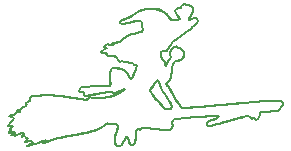
<source format=gbo>
%TF.GenerationSoftware,KiCad,Pcbnew,(5.1.8-44-gfd79c7ae46)*%
%TF.CreationDate,2021-01-02T19:49:23-07:00*%
%TF.ProjectId,egg,6567672e-6b69-4636-9164-5f7063625858,rev?*%
%TF.SameCoordinates,Original*%
%TF.FileFunction,Legend,Bot*%
%TF.FilePolarity,Positive*%
%FSLAX46Y46*%
G04 Gerber Fmt 4.6, Leading zero omitted, Abs format (unit mm)*
G04 Created by KiCad (PCBNEW (5.1.8-44-gfd79c7ae46)) date 2021-01-02 19:49:23*
%MOMM*%
%LPD*%
G01*
G04 APERTURE LIST*
%ADD10C,0.200000*%
G04 APERTURE END LIST*
D10*
%TO.C,REF\u002A\u002A*%
X56740708Y-51398666D02*
X56949467Y-51447949D01*
X56949467Y-51447949D02*
X57135483Y-51524946D01*
X57135483Y-51524946D02*
X57294838Y-51651232D01*
X57294838Y-51651232D02*
X57334763Y-51706207D01*
X57334763Y-51706207D02*
X57330297Y-51920000D01*
X57330297Y-51920000D02*
X57246963Y-52117129D01*
X57246963Y-52117129D02*
X57133998Y-52306129D01*
X57133998Y-52306129D02*
X57014961Y-52468352D01*
X57014961Y-52468352D02*
X56934162Y-52564556D01*
X56934162Y-52564556D02*
X57155413Y-52616511D01*
X57155413Y-52616511D02*
X57192282Y-52604016D01*
X57192282Y-52604016D02*
X57388551Y-52540818D01*
X57388551Y-52540818D02*
X57598652Y-52492756D01*
X57598652Y-52492756D02*
X57685476Y-52649577D01*
X57685476Y-52649577D02*
X57690966Y-52758600D01*
X57690966Y-52758600D02*
X57668041Y-52966116D01*
X57668041Y-52966116D02*
X57527811Y-53061191D01*
X57527811Y-53061191D02*
X57370420Y-53189853D01*
X57370420Y-53189853D02*
X57341203Y-53223708D01*
X57341203Y-53223708D02*
X57203915Y-53372771D01*
X57203915Y-53372771D02*
X57037525Y-53503204D01*
X57037525Y-53503204D02*
X56938839Y-53559386D01*
X56938839Y-53559386D02*
X56767228Y-53665815D01*
X56767228Y-53665815D02*
X56598062Y-53792722D01*
X56598062Y-53792722D02*
X56528816Y-53847604D01*
X56528816Y-53847604D02*
X56371547Y-53972490D01*
X56371547Y-53972490D02*
X56212148Y-54097153D01*
X56212148Y-54097153D02*
X56126927Y-54162400D01*
X56126927Y-54162400D02*
X55971020Y-54290791D01*
X55971020Y-54290791D02*
X55908935Y-54349664D01*
X55908935Y-54349664D02*
X55738763Y-54457631D01*
X55738763Y-54457631D02*
X55615160Y-54485332D01*
X55615160Y-54485332D02*
X55505961Y-54638085D01*
X55505961Y-54638085D02*
X55460343Y-54799517D01*
X55460343Y-54799517D02*
X55373444Y-54900065D01*
X55373444Y-54900065D02*
X55288850Y-55018579D01*
X55288850Y-55018579D02*
X55165175Y-55180475D01*
X55165175Y-55180475D02*
X55158841Y-55190113D01*
X55158841Y-55190113D02*
X55004441Y-55324559D01*
X55004441Y-55324559D02*
X54880250Y-55297237D01*
X54880250Y-55297237D02*
X54717027Y-55305848D01*
X54717027Y-55305848D02*
X54610060Y-55479498D01*
X54610060Y-55479498D02*
X54586037Y-55694745D01*
X54586037Y-55694745D02*
X54624977Y-55812653D01*
X54624977Y-55812653D02*
X54689914Y-55942558D01*
X54689914Y-55942558D02*
X54809758Y-56114070D01*
X54809758Y-56114070D02*
X54853205Y-56161553D01*
X54853205Y-56161553D02*
X54979938Y-56319972D01*
X54979938Y-56319972D02*
X54959557Y-56484416D01*
X54959557Y-56484416D02*
X54987484Y-56618932D01*
X54987484Y-56618932D02*
X55099734Y-56447533D01*
X55099734Y-56447533D02*
X55176242Y-56258196D01*
X55176242Y-56258196D02*
X55271654Y-56079887D01*
X55271654Y-56079887D02*
X55340976Y-55979238D01*
X55340976Y-55979238D02*
X55419026Y-55793247D01*
X55419026Y-55793247D02*
X55398253Y-55666205D01*
X55398253Y-55666205D02*
X55402075Y-55459425D01*
X55402075Y-55459425D02*
X55471230Y-55250777D01*
X55471230Y-55250777D02*
X55590219Y-55072155D01*
X55590219Y-55072155D02*
X55743543Y-54955457D01*
X55743543Y-54955457D02*
X55950929Y-54960138D01*
X55950929Y-54960138D02*
X56060838Y-55025969D01*
X56060838Y-55025969D02*
X56197083Y-55101295D01*
X56197083Y-55101295D02*
X56367892Y-55223976D01*
X56367892Y-55223976D02*
X56511114Y-55378473D01*
X56511114Y-55378473D02*
X56545626Y-55432092D01*
X56545626Y-55432092D02*
X56581650Y-55643174D01*
X56581650Y-55643174D02*
X56498928Y-55848515D01*
X56498928Y-55848515D02*
X56348015Y-56003396D01*
X56348015Y-56003396D02*
X56175043Y-56107061D01*
X56175043Y-56107061D02*
X55966592Y-56179144D01*
X55966592Y-56179144D02*
X55874840Y-56197351D01*
X55874840Y-56197351D02*
X55682425Y-56285765D01*
X55682425Y-56285765D02*
X55598494Y-56501400D01*
X55598494Y-56501400D02*
X55557272Y-56717196D01*
X55557272Y-56717196D02*
X55521038Y-56953690D01*
X55521038Y-56953690D02*
X55500606Y-57096176D01*
X55500606Y-57096176D02*
X55470044Y-57296435D01*
X55470044Y-57296435D02*
X55431748Y-57495972D01*
X55431748Y-57495972D02*
X55371783Y-57695316D01*
X55371783Y-57695316D02*
X55256094Y-57859330D01*
X55256094Y-57859330D02*
X55159587Y-57913844D01*
X55159587Y-57913844D02*
X55056564Y-58089656D01*
X55056564Y-58089656D02*
X55135490Y-58275582D01*
X55135490Y-58275582D02*
X55174635Y-58324713D01*
X55174635Y-58324713D02*
X55301880Y-58484058D01*
X55301880Y-58484058D02*
X55417514Y-58655259D01*
X55417514Y-58655259D02*
X55529799Y-58842154D01*
X55529799Y-58842154D02*
X55640243Y-59039181D01*
X55640243Y-59039181D02*
X55680843Y-59113771D01*
X55680843Y-59113771D02*
X55781136Y-59297322D01*
X55781136Y-59297322D02*
X55881420Y-59472814D01*
X55881420Y-59472814D02*
X55997820Y-59645840D01*
X55997820Y-59645840D02*
X56038334Y-59693393D01*
X56038334Y-59693393D02*
X56170278Y-59850863D01*
X56170278Y-59850863D02*
X56250361Y-59951983D01*
X56250361Y-59951983D02*
X56379562Y-60108886D01*
X56379562Y-60108886D02*
X56407212Y-60135789D01*
X56407212Y-60135789D02*
X56641100Y-60142082D01*
X56641100Y-60142082D02*
X56897750Y-60129065D01*
X56897750Y-60129065D02*
X57152952Y-60112114D01*
X57152952Y-60112114D02*
X57353406Y-60097357D01*
X57353406Y-60097357D02*
X57578398Y-60079814D01*
X57578398Y-60079814D02*
X57828172Y-60059468D01*
X57828172Y-60059468D02*
X58102970Y-60036301D01*
X58102970Y-60036301D02*
X58403034Y-60010294D01*
X58403034Y-60010294D02*
X58728609Y-59981431D01*
X58728609Y-59981431D02*
X59079935Y-59949693D01*
X59079935Y-59949693D02*
X59457257Y-59915063D01*
X59457257Y-59915063D02*
X59655743Y-59896658D01*
X59655743Y-59896658D02*
X59875630Y-59876232D01*
X59875630Y-59876232D02*
X60084520Y-59856896D01*
X60084520Y-59856896D02*
X60377588Y-59829905D01*
X60377588Y-59829905D02*
X60646822Y-59805286D01*
X60646822Y-59805286D02*
X60892765Y-59782992D01*
X60892765Y-59782992D02*
X61115963Y-59762973D01*
X61115963Y-59762973D02*
X61316962Y-59745181D01*
X61316962Y-59745181D02*
X61551370Y-59724840D01*
X61551370Y-59724840D02*
X61792213Y-59704688D01*
X61792213Y-59704688D02*
X61944729Y-59692646D01*
X61944729Y-59692646D02*
X62156610Y-59674282D01*
X62156610Y-59674282D02*
X62346889Y-59616847D01*
X62346889Y-59616847D02*
X62475339Y-59618405D01*
X62475339Y-59618405D02*
X62681341Y-59635720D01*
X62681341Y-59635720D02*
X62849369Y-59607830D01*
X62849369Y-59607830D02*
X63053449Y-59593862D01*
X63053449Y-59593862D02*
X63060515Y-59594336D01*
X63060515Y-59594336D02*
X63265357Y-59589565D01*
X63265357Y-59589565D02*
X63487715Y-59573966D01*
X63487715Y-59573966D02*
X63654639Y-59560030D01*
X63654639Y-59560030D02*
X63855637Y-59543575D01*
X63855637Y-59543575D02*
X64061385Y-59529499D01*
X64061385Y-59529499D02*
X64261517Y-59519737D01*
X64261517Y-59519737D02*
X64410833Y-59516503D01*
X64762630Y-59554131D02*
X64917496Y-59684090D01*
X64917496Y-59684090D02*
X64910108Y-59907482D01*
X64910108Y-59907482D02*
X64791102Y-60097149D01*
X64791102Y-60097149D02*
X64650990Y-60259524D01*
X64650990Y-60259524D02*
X64488918Y-60384984D01*
X64488918Y-60384984D02*
X64255408Y-60419276D01*
X64255408Y-60419276D02*
X64017212Y-60436649D01*
X64017212Y-60436649D02*
X63749468Y-60454313D01*
X63749468Y-60454313D02*
X63536172Y-60468818D01*
X63536172Y-60468818D02*
X63317280Y-60484483D01*
X63317280Y-60484483D02*
X63108257Y-60500725D01*
X63108257Y-60500725D02*
X63010558Y-60510655D01*
X63010558Y-60510655D02*
X62959918Y-60704280D01*
X62959918Y-60704280D02*
X62959856Y-60714937D01*
X62959856Y-60714937D02*
X62927627Y-60928175D01*
X62927627Y-60928175D02*
X62835027Y-61109254D01*
X62835027Y-61109254D02*
X62637681Y-61151366D01*
X62637681Y-61151366D02*
X62564203Y-61102821D01*
X62564203Y-61102821D02*
X62507739Y-61014477D01*
X64410833Y-59516503D02*
X64683323Y-59515147D01*
X64683323Y-59515147D02*
X64762630Y-59554131D01*
X62443209Y-61024851D02*
X62239726Y-61015643D01*
X62239726Y-61015643D02*
X62175667Y-60917117D01*
X62175667Y-60917117D02*
X62002068Y-60799896D01*
X62002068Y-60799896D02*
X61804141Y-60846779D01*
X61804141Y-60846779D02*
X61600998Y-60904099D01*
X61600998Y-60904099D02*
X61378995Y-60965960D01*
X61378995Y-60965960D02*
X61156076Y-61027280D01*
X61156076Y-61027280D02*
X60947028Y-61084419D01*
X60947028Y-61084419D02*
X60727268Y-61144193D01*
X60727268Y-61144193D02*
X60506601Y-61203922D01*
X60506601Y-61203922D02*
X60377842Y-61238624D01*
X60377842Y-61238624D02*
X60159576Y-61297499D01*
X60159576Y-61297499D02*
X59933117Y-61358923D01*
X59933117Y-61358923D02*
X59708711Y-61420093D01*
X59708711Y-61420093D02*
X59496604Y-61478203D01*
X59496604Y-61478203D02*
X59272735Y-61539948D01*
X59272735Y-61539948D02*
X59099036Y-61588405D01*
X59099036Y-61588405D02*
X58874650Y-61651505D01*
X58874650Y-61651505D02*
X58678316Y-61698225D01*
X58678316Y-61698225D02*
X58523565Y-61565030D01*
X58523565Y-61565030D02*
X58515012Y-61525283D01*
X58515012Y-61525283D02*
X58499130Y-61325160D01*
X58499130Y-61325160D02*
X58700646Y-61239654D01*
X58700646Y-61239654D02*
X58897976Y-61179414D01*
X58897976Y-61179414D02*
X58947268Y-61164180D01*
X58947268Y-61164180D02*
X59146388Y-61101824D01*
X59146388Y-61101824D02*
X59340125Y-61031086D01*
X59340125Y-61031086D02*
X59431786Y-60939965D01*
X59431786Y-60939965D02*
X59506212Y-60851757D01*
X59506212Y-60851757D02*
X59295952Y-60809005D01*
X59295952Y-60809005D02*
X59048648Y-60824841D01*
X59048648Y-60824841D02*
X58885111Y-60836706D01*
X58885111Y-60836706D02*
X58671647Y-60852006D01*
X58671647Y-60852006D02*
X58458460Y-60866604D01*
X58458460Y-60866604D02*
X58241785Y-60880919D01*
X58241785Y-60880919D02*
X58041817Y-60893600D01*
X58041817Y-60893600D02*
X57966236Y-60898200D01*
X57966236Y-60898200D02*
X57704711Y-60913920D01*
X57704711Y-60913920D02*
X57475187Y-60927903D01*
X57475187Y-60927903D02*
X57215905Y-60944052D01*
X57215905Y-60944052D02*
X57006248Y-60957607D01*
X57006248Y-60957607D02*
X56775732Y-60973693D01*
X56775732Y-60973693D02*
X56572374Y-60992835D01*
X56572374Y-60992835D02*
X56565623Y-60994070D01*
X56565623Y-60994070D02*
X56456423Y-61007426D01*
X56456423Y-61007426D02*
X56361797Y-61034682D01*
X56361797Y-61034682D02*
X56202641Y-61046547D01*
X56202641Y-61046547D02*
X56104152Y-61049055D01*
X56104152Y-61049055D02*
X55992986Y-61051835D01*
X55992986Y-61051835D02*
X55784866Y-61077165D01*
X55784866Y-61077165D02*
X55638817Y-61167841D01*
X55638817Y-61167841D02*
X55545988Y-61346841D01*
X55545988Y-61346841D02*
X55561883Y-61421820D01*
X55561883Y-61421820D02*
X55589945Y-61624543D01*
X55589945Y-61624543D02*
X55529658Y-61844662D01*
X55529658Y-61844662D02*
X55323809Y-61970424D01*
X55323809Y-61970424D02*
X55093095Y-62005402D01*
X55093095Y-62005402D02*
X54865600Y-62007500D01*
X54865600Y-62007500D02*
X54587879Y-61989910D01*
X54587879Y-61989910D02*
X54373251Y-61967690D01*
X54373251Y-61967690D02*
X54133935Y-61937387D01*
X54133935Y-61937387D02*
X53868986Y-61899268D01*
X53868986Y-61899268D02*
X53670560Y-61869494D01*
X53670560Y-61869494D02*
X53460631Y-61839126D01*
X53460631Y-61839126D02*
X53242895Y-61813022D01*
X53242895Y-61813022D02*
X53035790Y-61827492D01*
X53035790Y-61827492D02*
X52970650Y-61874657D01*
X52970650Y-61874657D02*
X52790935Y-61972686D01*
X52790935Y-61972686D02*
X52638917Y-61939338D01*
X52638917Y-61939338D02*
X52475335Y-62058868D01*
X52475335Y-62058868D02*
X52478744Y-62186876D01*
X52478744Y-62186876D02*
X52480391Y-62442044D01*
X52480391Y-62442044D02*
X52468384Y-62665179D01*
X52468384Y-62665179D02*
X52434479Y-62898119D01*
X52434479Y-62898119D02*
X52366591Y-63108628D01*
X52366591Y-63108628D02*
X52231018Y-63268786D01*
X52231018Y-63268786D02*
X52120778Y-63296966D01*
X52120778Y-63296966D02*
X51959964Y-63169707D01*
X51959964Y-63169707D02*
X51870247Y-62968201D01*
X51870247Y-62968201D02*
X51802878Y-62744585D01*
X51802878Y-62744585D02*
X51793384Y-62707784D01*
X51793384Y-62707784D02*
X51724117Y-62514647D01*
X51724117Y-62514647D02*
X51655308Y-62574692D01*
X51655308Y-62574692D02*
X51567067Y-62757540D01*
X51567067Y-62757540D02*
X51517369Y-62860876D01*
X51517369Y-62860876D02*
X51412684Y-63062359D01*
X51412684Y-63062359D02*
X51296251Y-63238636D01*
X51296251Y-63238636D02*
X51131414Y-63376124D01*
X51131414Y-63376124D02*
X50926911Y-63352268D01*
X50926911Y-63352268D02*
X50907316Y-63340291D01*
X50907316Y-63340291D02*
X50745201Y-63182707D01*
X50745201Y-63182707D02*
X50684157Y-62991742D01*
X50684157Y-62991742D02*
X50690705Y-62768213D01*
X50690705Y-62768213D02*
X50736975Y-62527405D01*
X50736975Y-62527405D02*
X50800325Y-62292332D01*
X50800325Y-62292332D02*
X50840685Y-62159010D01*
X50840685Y-62159010D02*
X50908144Y-61943024D01*
X50908144Y-61943024D02*
X50969102Y-61722098D01*
X50969102Y-61722098D02*
X50892239Y-61533930D01*
X50892239Y-61533930D02*
X50668242Y-61508946D01*
X50668242Y-61508946D02*
X50629267Y-61506028D01*
X50629267Y-61506028D02*
X50425987Y-61488346D01*
X50425987Y-61488346D02*
X50219305Y-61465990D01*
X50219305Y-61465990D02*
X50194368Y-61462568D01*
X50194368Y-61462568D02*
X49989057Y-61468323D01*
X49989057Y-61468323D02*
X49876598Y-61560268D01*
X49876598Y-61560268D02*
X49695201Y-61709351D01*
X49695201Y-61709351D02*
X49493411Y-61839922D01*
X49493411Y-61839922D02*
X49259954Y-61955739D01*
X49259954Y-61955739D02*
X49057298Y-62035183D01*
X49057298Y-62035183D02*
X48825731Y-62110029D01*
X48825731Y-62110029D02*
X48560498Y-62181864D01*
X48560498Y-62181864D02*
X48362623Y-62228864D01*
X48362623Y-62228864D02*
X48146261Y-62275700D01*
X48146261Y-62275700D02*
X47910004Y-62322843D01*
X47910004Y-62322843D02*
X47652443Y-62370763D01*
X47652443Y-62370763D02*
X47372167Y-62419929D01*
X47372167Y-62419929D02*
X47223072Y-62445127D01*
X47223072Y-62445127D02*
X46976968Y-62486728D01*
X46976968Y-62486728D02*
X46751200Y-62526002D01*
X46751200Y-62526002D02*
X46544007Y-62563401D01*
X46544007Y-62563401D02*
X46264195Y-62616979D01*
X46264195Y-62616979D02*
X46016276Y-62668894D01*
X46016276Y-62668894D02*
X45794310Y-62720678D01*
X45794310Y-62720678D02*
X45592355Y-62773864D01*
X45592355Y-62773864D02*
X45343945Y-62849609D01*
X45343945Y-62849609D02*
X45106468Y-62934203D01*
X45106468Y-62934203D02*
X44865845Y-63031279D01*
X44865845Y-63031279D02*
X44739954Y-63085634D01*
X44739954Y-63085634D02*
X44794452Y-62947525D01*
X44794452Y-62947525D02*
X44567269Y-62947247D01*
X44567269Y-62947247D02*
X44483325Y-62984069D01*
X44483325Y-62984069D02*
X44290792Y-63069862D01*
X44290792Y-63069862D02*
X44108295Y-63153008D01*
X44108295Y-63153008D02*
X44045375Y-63182927D01*
X44045375Y-63182927D02*
X43878153Y-63201572D01*
X43878153Y-63201572D02*
X43663800Y-63238268D01*
X43663800Y-63238268D02*
X43604578Y-63263609D01*
X43604578Y-63263609D02*
X43416965Y-63337896D01*
X43416965Y-63337896D02*
X43344357Y-63359885D01*
X62507739Y-61014477D02*
X62503333Y-60960576D01*
X62503333Y-60960576D02*
X62443209Y-61024851D01*
X43350389Y-63312899D02*
X43514611Y-63193381D01*
X43514611Y-63193381D02*
X43563094Y-63162316D01*
X43563094Y-63162316D02*
X43728452Y-63049619D01*
X43728452Y-63049619D02*
X43747263Y-63019529D01*
X43747263Y-63019529D02*
X43694256Y-63002375D01*
X43694256Y-63002375D02*
X43639690Y-62948949D01*
X43639690Y-62948949D02*
X43427694Y-62947892D01*
X43427694Y-62947892D02*
X43341510Y-62975798D01*
X43341510Y-62975798D02*
X43138801Y-63036893D01*
X43138801Y-63036893D02*
X43220787Y-62884200D01*
X43220787Y-62884200D02*
X43374037Y-62750803D01*
X43374037Y-62750803D02*
X43275285Y-62721751D01*
X43344357Y-63359885D02*
X43292299Y-63366936D01*
X43292299Y-63366936D02*
X43350389Y-63312899D01*
X43169678Y-62619644D02*
X43016826Y-62524453D01*
X43016826Y-62524453D02*
X42816836Y-62576597D01*
X42816836Y-62576597D02*
X42825473Y-62450686D01*
X42825473Y-62450686D02*
X42997792Y-62315634D01*
X42997792Y-62315634D02*
X42818085Y-62304441D01*
X42818085Y-62304441D02*
X42618171Y-62385924D01*
X42618171Y-62385924D02*
X42431362Y-62459318D01*
X42431362Y-62459318D02*
X42229372Y-62520852D01*
X42229372Y-62520852D02*
X42195356Y-62459161D01*
X42195356Y-62459161D02*
X42064534Y-62429126D01*
X42064534Y-62429126D02*
X41882128Y-62473060D01*
X41882128Y-62473060D02*
X42042938Y-62348180D01*
X42042938Y-62348180D02*
X42210743Y-62243354D01*
X42210743Y-62243354D02*
X42044267Y-62213861D01*
X42044267Y-62213861D02*
X41843691Y-62275266D01*
X41843691Y-62275266D02*
X41748459Y-62245252D01*
X41748459Y-62245252D02*
X41816032Y-62054725D01*
X41816032Y-62054725D02*
X41915952Y-61983747D01*
X41915952Y-61983747D02*
X41917918Y-61931134D01*
X41917918Y-61931134D02*
X42004545Y-61785771D01*
X42004545Y-61785771D02*
X41859759Y-61697495D01*
X41859759Y-61697495D02*
X41655929Y-61708848D01*
X41655929Y-61708848D02*
X41750696Y-61573014D01*
X41750696Y-61573014D02*
X41799703Y-61424532D01*
X41799703Y-61424532D02*
X41868504Y-61303713D01*
X41868504Y-61303713D02*
X42045997Y-61195666D01*
X42045997Y-61195666D02*
X42082225Y-61122619D01*
X42082225Y-61122619D02*
X42124929Y-61036106D01*
X42124929Y-61036106D02*
X41966006Y-60903968D01*
X41966006Y-60903968D02*
X41945099Y-60897929D01*
X41945099Y-60897929D02*
X41746656Y-60833598D01*
X41746656Y-60833598D02*
X41936626Y-60775753D01*
X41936626Y-60775753D02*
X42135282Y-60752050D01*
X42135282Y-60752050D02*
X42127098Y-60713920D01*
X42127098Y-60713920D02*
X42219962Y-60632763D01*
X42219962Y-60632763D02*
X42304488Y-60537233D01*
X42304488Y-60537233D02*
X42480861Y-60491875D01*
X42480861Y-60491875D02*
X42683233Y-60487016D01*
X42683233Y-60487016D02*
X42623749Y-60421702D01*
X42623749Y-60421702D02*
X42434008Y-60333452D01*
X42434008Y-60333452D02*
X42543696Y-60274914D01*
X42543696Y-60274914D02*
X42749274Y-60270071D01*
X42749274Y-60270071D02*
X42762366Y-60224064D01*
X42762366Y-60224064D02*
X42899134Y-60063025D01*
X42899134Y-60063025D02*
X42978935Y-60047715D01*
X42978935Y-60047715D02*
X43165621Y-59974965D01*
X43165621Y-59974965D02*
X43172186Y-59960865D01*
X43172186Y-59960865D02*
X43218889Y-59878080D01*
X43218889Y-59878080D02*
X43196927Y-59779093D01*
X43196927Y-59779093D02*
X43203028Y-59692646D01*
X43203028Y-59692646D02*
X43269930Y-59630610D01*
X43269930Y-59630610D02*
X43472330Y-59564338D01*
X43472330Y-59564338D02*
X43489820Y-59562404D01*
X43489820Y-59562404D02*
X43501208Y-59427278D01*
X43501208Y-59427278D02*
X43502767Y-59243336D01*
X43502767Y-59243336D02*
X43699830Y-59163312D01*
X43699830Y-59163312D02*
X43911131Y-59131845D01*
X43911131Y-59131845D02*
X43959019Y-59126653D01*
X43959019Y-59126653D02*
X44243680Y-59100330D01*
X44243680Y-59100330D02*
X44522495Y-59082610D01*
X44522495Y-59082610D02*
X44800205Y-59073772D01*
X44800205Y-59073772D02*
X45081552Y-59074099D01*
X45081552Y-59074099D02*
X45371278Y-59083872D01*
X45371278Y-59083872D02*
X45571424Y-59095774D01*
X45571424Y-59095774D02*
X45778806Y-59112083D01*
X45778806Y-59112083D02*
X45994829Y-59132883D01*
X45994829Y-59132883D02*
X46220898Y-59158256D01*
X46220898Y-59158256D02*
X46458417Y-59188286D01*
X46458417Y-59188286D02*
X46708792Y-59223057D01*
X46708792Y-59223057D02*
X46973427Y-59262652D01*
X46973427Y-59262652D02*
X47253727Y-59307154D01*
X47253727Y-59307154D02*
X47400191Y-59331272D01*
X47400191Y-59331272D02*
X47675956Y-59377241D01*
X47675956Y-59377241D02*
X47897455Y-59413799D01*
X47897455Y-59413799D02*
X48118218Y-59448256D01*
X48118218Y-59448256D02*
X48337393Y-59470619D01*
X48337393Y-59470619D02*
X48392340Y-59366733D01*
X48392340Y-59366733D02*
X48556853Y-59250222D01*
X48556853Y-59250222D02*
X48759621Y-59263376D01*
X48759621Y-59263376D02*
X48796737Y-59266388D01*
X48796737Y-59266388D02*
X49069961Y-59284677D01*
X49069961Y-59284677D02*
X49324339Y-59292903D01*
X49324339Y-59292903D02*
X49561921Y-59290725D01*
X49561921Y-59290725D02*
X49784757Y-59277803D01*
X49784757Y-59277803D02*
X49994897Y-59253794D01*
X49994897Y-59253794D02*
X50194392Y-59218357D01*
X50194392Y-59218357D02*
X50447368Y-59152742D01*
X50447368Y-59152742D02*
X50689924Y-59065395D01*
X50689924Y-59065395D02*
X50926918Y-58955509D01*
X50926918Y-58955509D02*
X51044849Y-58891861D01*
X51044849Y-58891861D02*
X51222348Y-58790959D01*
X51222348Y-58790959D02*
X51399549Y-58687021D01*
X51399549Y-58687021D02*
X51553226Y-58561132D01*
X51553226Y-58561132D02*
X51350776Y-58623134D01*
X51350776Y-58623134D02*
X51146504Y-58710723D01*
X51146504Y-58710723D02*
X50947654Y-58804195D01*
X50947654Y-58804195D02*
X50890777Y-58832400D01*
X50890777Y-58832400D02*
X50700360Y-58912271D01*
X50700360Y-58912271D02*
X50494097Y-58889401D01*
X50494097Y-58889401D02*
X50437982Y-58812196D01*
X50437982Y-58812196D02*
X50211651Y-58774986D01*
X50211651Y-58774986D02*
X49993044Y-58811975D01*
X49993044Y-58811975D02*
X49732550Y-58860704D01*
X49732550Y-58860704D02*
X49477686Y-58909534D01*
X49477686Y-58909534D02*
X49276035Y-58948338D01*
X49276035Y-58948338D02*
X49050020Y-58991974D01*
X49050020Y-58991974D02*
X48768437Y-59046466D01*
X48768437Y-59046466D02*
X48548674Y-59088217D01*
X48548674Y-59088217D02*
X48338002Y-59124863D01*
X48338002Y-59124863D02*
X48127928Y-59137065D01*
X48127928Y-59137065D02*
X48056743Y-59019121D01*
X48056743Y-59019121D02*
X48079993Y-58823654D01*
X48079993Y-58823654D02*
X47911008Y-58761820D01*
X47911008Y-58761820D02*
X47704915Y-58751801D01*
X47704915Y-58751801D02*
X47645432Y-58701545D01*
X47645432Y-58701545D02*
X47729373Y-58517952D01*
X47729373Y-58517952D02*
X47834412Y-58350883D01*
X47834412Y-58350883D02*
X48059897Y-58340567D01*
X48059897Y-58340567D02*
X48280587Y-58335043D01*
X48280587Y-58335043D02*
X48505451Y-58330451D01*
X48505451Y-58330451D02*
X48705888Y-58326941D01*
X48705888Y-58326941D02*
X48919764Y-58323696D01*
X48919764Y-58323696D02*
X49151859Y-58320470D01*
X49151859Y-58320470D02*
X49352989Y-58317676D01*
X49352989Y-58317676D02*
X49601794Y-58314016D01*
X49601794Y-58314016D02*
X49847227Y-58309466D01*
X49847227Y-58309466D02*
X50068871Y-58301287D01*
X50068871Y-58301287D02*
X50241884Y-58252981D01*
X50241884Y-58252981D02*
X50331604Y-58065718D01*
X50331604Y-58065718D02*
X50320987Y-57984764D01*
X50320987Y-57984764D02*
X50300031Y-57767936D01*
X50300031Y-57767936D02*
X50292833Y-57538202D01*
X50292833Y-57538202D02*
X50298708Y-57314459D01*
X50298708Y-57314459D02*
X50321175Y-57086214D01*
X50321175Y-57086214D02*
X50359421Y-56921862D01*
X50359421Y-56921862D02*
X50484295Y-56754294D01*
X50484295Y-56754294D02*
X50690035Y-56744620D01*
X50690035Y-56744620D02*
X50760768Y-56754328D01*
X50760768Y-56754328D02*
X50987701Y-56796053D01*
X50987701Y-56796053D02*
X51184760Y-56848641D01*
X51184760Y-56848641D02*
X51393436Y-56932496D01*
X51393436Y-56932496D02*
X51565501Y-57039890D01*
X51565501Y-57039890D02*
X51731533Y-57204971D01*
X51731533Y-57204971D02*
X51842750Y-57376992D01*
X51842750Y-57376992D02*
X51900143Y-57496875D01*
X51900143Y-57496875D02*
X52027597Y-57653925D01*
X52027597Y-57653925D02*
X52056520Y-57651798D01*
X52056520Y-57651798D02*
X52223228Y-57518291D01*
X52223228Y-57518291D02*
X52299802Y-57319947D01*
X52299802Y-57319947D02*
X52339245Y-57210758D01*
X52339245Y-57210758D02*
X52408908Y-57018656D01*
X52408908Y-57018656D02*
X52479082Y-56828147D01*
X52479082Y-56828147D02*
X52513313Y-56738260D01*
X52513313Y-56738260D02*
X52550391Y-56569777D01*
X43275285Y-62721751D02*
X43169678Y-62717751D01*
X43169678Y-62717751D02*
X43169678Y-62619644D01*
X52506128Y-56502451D02*
X52335585Y-56471195D01*
X52335585Y-56471195D02*
X52305014Y-56381021D01*
X52305014Y-56381021D02*
X52123083Y-56351528D01*
X52123083Y-56351528D02*
X51922563Y-56371855D01*
X51922563Y-56371855D02*
X51858930Y-56374038D01*
X51858930Y-56374038D02*
X51828292Y-56278440D01*
X51828292Y-56278440D02*
X51732921Y-56223793D01*
X51732921Y-56223793D02*
X51534110Y-56261185D01*
X51534110Y-56261185D02*
X51473987Y-56259320D01*
X51473987Y-56259320D02*
X51496288Y-56216199D01*
X51496288Y-56216199D02*
X51328049Y-56194707D01*
X51328049Y-56194707D02*
X51109477Y-56228175D01*
X51109477Y-56228175D02*
X50977065Y-56115584D01*
X50977065Y-56115584D02*
X50909014Y-55925572D01*
X50909014Y-55925572D02*
X50865561Y-55924117D01*
X50865561Y-55924117D02*
X50751888Y-55842350D01*
X50751888Y-55842350D02*
X50547479Y-55761769D01*
X50547479Y-55761769D02*
X50519051Y-55760108D01*
X50519051Y-55760108D02*
X50312555Y-55747991D01*
X50312555Y-55747991D02*
X50098977Y-55732783D01*
X50098977Y-55732783D02*
X50016774Y-55637526D01*
X50016774Y-55637526D02*
X50009250Y-55537453D01*
X50009250Y-55537453D02*
X49808496Y-55496960D01*
X49808496Y-55496960D02*
X49613755Y-55451376D01*
X49613755Y-55451376D02*
X49551779Y-55432905D01*
X49551779Y-55432905D02*
X49675496Y-55272793D01*
X49675496Y-55272793D02*
X49879919Y-55187740D01*
X49879919Y-55187740D02*
X50059464Y-55097819D01*
X50059464Y-55097819D02*
X49850708Y-55016091D01*
X49850708Y-55016091D02*
X49792207Y-55004612D01*
X49792207Y-55004612D02*
X49801087Y-54902641D01*
X49801087Y-54902641D02*
X49971427Y-54822637D01*
X49971427Y-54822637D02*
X50029789Y-54759244D01*
X50029789Y-54759244D02*
X50231623Y-54776493D01*
X50231623Y-54776493D02*
X50304787Y-54785347D01*
X50304787Y-54785347D02*
X50513644Y-54801578D01*
X50513644Y-54801578D02*
X50598561Y-54769346D01*
X50598561Y-54769346D02*
X50478110Y-54679986D01*
X50478110Y-54679986D02*
X50676033Y-54616078D01*
X50676033Y-54616078D02*
X50699152Y-54614830D01*
X50699152Y-54614830D02*
X50902997Y-54602086D01*
X50902997Y-54602086D02*
X51095228Y-54542918D01*
X51095228Y-54542918D02*
X51199531Y-54449737D01*
X51199531Y-54449737D02*
X51363056Y-54304132D01*
X51363056Y-54304132D02*
X51527835Y-54182261D01*
X51527835Y-54182261D02*
X51704839Y-54078766D01*
X51704839Y-54078766D02*
X51905043Y-53988291D01*
X51905043Y-53988291D02*
X52139419Y-53905477D01*
X52139419Y-53905477D02*
X52358899Y-53841143D01*
X52358899Y-53841143D02*
X52545850Y-53792212D01*
X52545850Y-53792212D02*
X52763338Y-53737133D01*
X52763338Y-53737133D02*
X52970923Y-53673678D01*
X52970923Y-53673678D02*
X53049984Y-53482487D01*
X53049984Y-53482487D02*
X53047245Y-53464263D01*
X53047245Y-53464263D02*
X53022328Y-53257234D01*
X53022328Y-53257234D02*
X53006778Y-53103092D01*
X53006778Y-53103092D02*
X52979448Y-52896072D01*
X52979448Y-52896072D02*
X52820590Y-52767686D01*
X52820590Y-52767686D02*
X52693415Y-52763617D01*
X52693415Y-52763617D02*
X52493384Y-52780156D01*
X52493384Y-52780156D02*
X52298116Y-52832821D01*
X52298116Y-52832821D02*
X52138199Y-52883826D01*
X52138199Y-52883826D02*
X51927527Y-52945541D01*
X51927527Y-52945541D02*
X51700899Y-52992641D01*
X51700899Y-52992641D02*
X51500070Y-53010449D01*
X51500070Y-53010449D02*
X51294476Y-52994368D01*
X51294476Y-52994368D02*
X51091687Y-52927625D01*
X51091687Y-52927625D02*
X51220673Y-52746072D01*
X51220673Y-52746072D02*
X51314357Y-52714462D01*
X51314357Y-52714462D02*
X51528874Y-52641223D01*
X51528874Y-52641223D02*
X51727514Y-52567102D01*
X51727514Y-52567102D02*
X51925268Y-52476020D01*
X51925268Y-52476020D02*
X52110069Y-52358316D01*
X52110069Y-52358316D02*
X52196154Y-52292813D01*
X52196154Y-52292813D02*
X52357853Y-52171744D01*
X52357853Y-52171744D02*
X52550818Y-52045645D01*
X52550818Y-52045645D02*
X52739592Y-51945076D01*
X52739592Y-51945076D02*
X52930591Y-51867349D01*
X52930591Y-51867349D02*
X53130230Y-51809772D01*
X53130230Y-51809772D02*
X53344924Y-51769659D01*
X53344924Y-51769659D02*
X53483636Y-51752854D01*
X53483636Y-51752854D02*
X53708320Y-51738565D01*
X53708320Y-51738565D02*
X53922708Y-51741700D01*
X53922708Y-51741700D02*
X54126533Y-51762151D01*
X54126533Y-51762151D02*
X54381401Y-51816168D01*
X54381401Y-51816168D02*
X54616375Y-51900524D01*
X54616375Y-51900524D02*
X54830815Y-52014964D01*
X54830815Y-52014964D02*
X55024086Y-52159234D01*
X55024086Y-52159234D02*
X55195551Y-52333080D01*
X55195551Y-52333080D02*
X55309456Y-52482721D01*
X55309456Y-52482721D02*
X55432220Y-52645894D01*
X55432220Y-52645894D02*
X55440685Y-52655272D01*
X52550391Y-56569777D02*
X52550391Y-56493434D01*
X52550391Y-56493434D02*
X52506128Y-56502451D01*
X55683554Y-52707885D02*
X55890195Y-52714006D01*
X55890195Y-52714006D02*
X56005526Y-52723072D01*
X56005526Y-52723072D02*
X56163097Y-52593376D01*
X56163097Y-52593376D02*
X56064674Y-52414757D01*
X56064674Y-52414757D02*
X55980514Y-52292203D01*
X55980514Y-52292203D02*
X55862703Y-52114534D01*
X55862703Y-52114534D02*
X55781565Y-51931644D01*
X55781565Y-51931644D02*
X55901057Y-51749660D01*
X55901057Y-51749660D02*
X56117166Y-51709733D01*
X56117166Y-51709733D02*
X56312763Y-51654117D01*
X56312763Y-51654117D02*
X56324787Y-51593795D01*
X56324787Y-51593795D02*
X56406798Y-51408125D01*
X56406798Y-51408125D02*
X56611585Y-51381317D01*
X56611585Y-51381317D02*
X56740708Y-51398666D01*
X54278399Y-57774176D02*
X54152639Y-57943687D01*
X54152639Y-57943687D02*
X54034943Y-58109163D01*
X54034943Y-58109163D02*
X53909874Y-58287428D01*
X53909874Y-58287428D02*
X53779839Y-58475832D01*
X53779839Y-58475832D02*
X53701967Y-58594693D01*
X53701967Y-58594693D02*
X53732662Y-58809832D01*
X53732662Y-58809832D02*
X53841692Y-58988957D01*
X53841692Y-58988957D02*
X53984126Y-59174218D01*
X53984126Y-59174218D02*
X54132641Y-59347178D01*
X54132641Y-59347178D02*
X54312505Y-59543062D01*
X54312505Y-59543062D02*
X54414373Y-59649866D01*
X54414373Y-59649866D02*
X54552407Y-59795117D01*
X54552407Y-59795117D02*
X54689414Y-59943330D01*
X54689414Y-59943330D02*
X54780608Y-60046632D01*
X54780608Y-60046632D02*
X54922158Y-60193002D01*
X54922158Y-60193002D02*
X55121971Y-60214290D01*
X55121971Y-60214290D02*
X55226828Y-60211047D01*
X55226828Y-60211047D02*
X55437928Y-60200260D01*
X55437928Y-60200260D02*
X55524298Y-60010005D01*
X55524298Y-60010005D02*
X55480813Y-59881335D01*
X55480813Y-59881335D02*
X55393023Y-59688210D01*
X55393023Y-59688210D02*
X55277755Y-59516572D01*
X55277755Y-59516572D02*
X55183582Y-59383005D01*
X55183582Y-59383005D02*
X55028383Y-59163597D01*
X55028383Y-59163597D02*
X54902000Y-58983479D01*
X54902000Y-58983479D02*
X54771549Y-58791912D01*
X54771549Y-58791912D02*
X54656606Y-58606384D01*
X54656606Y-58606384D02*
X54565338Y-58418556D01*
X54565338Y-58418556D02*
X54495407Y-58213938D01*
X54495407Y-58213938D02*
X54430845Y-57988764D01*
X54430845Y-57988764D02*
X54367138Y-57790425D01*
X54367138Y-57790425D02*
X54278399Y-57774176D01*
X55440685Y-52655272D02*
X55490167Y-52707885D01*
X55490167Y-52707885D02*
X55683554Y-52707885D01*
X56413177Y-51401920D02*
X56324935Y-51587498D01*
X56324935Y-51587498D02*
X56324787Y-51593795D01*
X56324787Y-51593795D02*
X56149249Y-51706442D01*
X56149249Y-51706442D02*
X56117166Y-51709733D01*
X56117166Y-51709733D02*
X55901057Y-51749660D01*
X55901057Y-51749660D02*
X55778127Y-51911050D01*
X55778127Y-51911050D02*
X55862703Y-52114534D01*
X55862703Y-52114534D02*
X55980514Y-52292203D01*
X55980514Y-52292203D02*
X56098001Y-52467437D01*
X56098001Y-52467437D02*
X56177535Y-52652483D01*
X56177535Y-52652483D02*
X56005526Y-52723072D01*
X56005526Y-52723072D02*
X55802350Y-52710094D01*
X55802350Y-52710094D02*
X55683554Y-52707885D01*
X55440685Y-52655272D02*
X55318036Y-52495201D01*
X55318036Y-52495201D02*
X55309456Y-52482721D01*
X55309456Y-52482721D02*
X55154764Y-52286860D01*
X55154764Y-52286860D02*
X54977788Y-52120384D01*
X54977788Y-52120384D02*
X54779165Y-51983548D01*
X54779165Y-51983548D02*
X54559531Y-51876605D01*
X54559531Y-51876605D02*
X54319525Y-51799810D01*
X54319525Y-51799810D02*
X54059782Y-51753417D01*
X54059782Y-51753417D02*
X53852406Y-51738726D01*
X53852406Y-51738726D02*
X53634556Y-51741387D01*
X53634556Y-51741387D02*
X53483636Y-51752854D01*
X53483636Y-51752854D02*
X53256829Y-51783781D01*
X53256829Y-51783781D02*
X53048927Y-51830557D01*
X53048927Y-51830557D02*
X52853514Y-51895871D01*
X52853514Y-51895871D02*
X52664175Y-51982412D01*
X52664175Y-51982412D02*
X52474494Y-52092871D01*
X52474494Y-52092871D02*
X52278057Y-52229935D01*
X52278057Y-52229935D02*
X52196154Y-52292813D01*
X52196154Y-52292813D02*
X52028871Y-52414528D01*
X52028871Y-52414528D02*
X51833522Y-52521629D01*
X51833522Y-52521629D02*
X51635105Y-52602814D01*
X51635105Y-52602814D02*
X51406336Y-52683519D01*
X51406336Y-52683519D02*
X51314357Y-52714462D01*
X51314357Y-52714462D02*
X51123029Y-52780806D01*
X51123029Y-52780806D02*
X51091687Y-52927625D01*
X51091687Y-52927625D02*
X51294476Y-52994368D01*
X51294476Y-52994368D02*
X51500070Y-53010449D01*
X51500070Y-53010449D02*
X51700899Y-52992641D01*
X51700899Y-52992641D02*
X51927527Y-52945541D01*
X51927527Y-52945541D02*
X52138199Y-52883826D01*
X52138199Y-52883826D02*
X52341452Y-52819660D01*
X52341452Y-52819660D02*
X52546903Y-52771090D01*
X52546903Y-52771090D02*
X52693415Y-52763617D01*
X52693415Y-52763617D02*
X52903917Y-52785964D01*
X52903917Y-52785964D02*
X52992868Y-52972320D01*
X52992868Y-52972320D02*
X53006778Y-53103092D01*
X53006778Y-53103092D02*
X53027850Y-53307577D01*
X53027850Y-53307577D02*
X53047245Y-53464263D01*
X53047245Y-53464263D02*
X53000861Y-53659261D01*
X53000861Y-53659261D02*
X52798030Y-53728002D01*
X52798030Y-53728002D02*
X52595554Y-53779720D01*
X52595554Y-53779720D02*
X52545850Y-53792212D01*
X52545850Y-53792212D02*
X52301013Y-53857239D01*
X52301013Y-53857239D02*
X52089283Y-53921684D01*
X52089283Y-53921684D02*
X51862619Y-54005601D01*
X51862619Y-54005601D02*
X51667933Y-54098252D01*
X51667933Y-54098252D02*
X51494252Y-54204994D01*
X51494252Y-54204994D02*
X51330602Y-54331183D01*
X51330602Y-54331183D02*
X51199531Y-54449737D01*
X51199531Y-54449737D02*
X51033740Y-54576834D01*
X51033740Y-54576834D02*
X50814631Y-54608528D01*
X50814631Y-54608528D02*
X50699152Y-54614830D01*
X50699152Y-54614830D02*
X50498963Y-54630749D01*
X50498963Y-54630749D02*
X50478110Y-54679986D01*
X50478110Y-54679986D02*
X50598561Y-54769346D01*
X50598561Y-54769346D02*
X50390650Y-54795287D01*
X50390650Y-54795287D02*
X50304787Y-54785347D01*
X50304787Y-54785347D02*
X50105903Y-54763856D01*
X50105903Y-54763856D02*
X50029789Y-54759244D01*
X50029789Y-54759244D02*
X49971427Y-54822637D01*
X49971427Y-54822637D02*
X49801087Y-54902641D01*
X49801087Y-54902641D02*
X49792207Y-55004612D01*
X49792207Y-55004612D02*
X49998081Y-55052659D01*
X49998081Y-55052659D02*
X49879919Y-55187740D01*
X49879919Y-55187740D02*
X49692685Y-55263949D01*
X49692685Y-55263949D02*
X49533018Y-55387866D01*
X49533018Y-55387866D02*
X49551779Y-55432905D01*
X49551779Y-55432905D02*
X49754144Y-55484875D01*
X49754144Y-55484875D02*
X49965642Y-55529440D01*
X49965642Y-55529440D02*
X50009250Y-55537453D01*
X50009250Y-55537453D02*
X50016774Y-55637526D01*
X50016774Y-55637526D02*
X50192257Y-55740166D01*
X50192257Y-55740166D02*
X50408927Y-55753738D01*
X50408927Y-55753738D02*
X50519051Y-55760108D01*
X50519051Y-55760108D02*
X50732869Y-55776164D01*
X50732869Y-55776164D02*
X50751888Y-55842350D01*
X50751888Y-55842350D02*
X50865561Y-55924117D01*
X50865561Y-55924117D02*
X50998469Y-56079169D01*
X50998469Y-56079169D02*
X50977065Y-56115584D01*
X50977065Y-56115584D02*
X51161618Y-56221018D01*
X51161618Y-56221018D02*
X51328049Y-56194707D01*
X51328049Y-56194707D02*
X51496288Y-56216199D01*
X51496288Y-56216199D02*
X51473987Y-56259320D01*
X51473987Y-56259320D02*
X51678065Y-56236851D01*
X51678065Y-56236851D02*
X51732921Y-56223793D01*
X51732921Y-56223793D02*
X51828292Y-56278440D01*
X51828292Y-56278440D02*
X51858930Y-56374038D01*
X51858930Y-56374038D02*
X52064176Y-56359292D01*
X52064176Y-56359292D02*
X52123083Y-56351528D01*
X52123083Y-56351528D02*
X52305014Y-56381021D01*
X52305014Y-56381021D02*
X52335585Y-56471195D01*
X52335585Y-56471195D02*
X52506128Y-56502451D01*
X55683554Y-52707885D02*
X55490167Y-52707885D01*
X55490167Y-52707885D02*
X55440685Y-52655272D01*
X52550391Y-56569777D02*
X52513313Y-56738260D01*
X52513313Y-56738260D02*
X52440900Y-56931323D01*
X52440900Y-56931323D02*
X52367528Y-57132460D01*
X52367528Y-57132460D02*
X52339245Y-57210758D01*
X52339245Y-57210758D02*
X52266967Y-57408970D01*
X52266967Y-57408970D02*
X52181111Y-57597144D01*
X52181111Y-57597144D02*
X52056520Y-57651798D01*
X52056520Y-57651798D02*
X51906527Y-57511716D01*
X51906527Y-57511716D02*
X51900143Y-57496875D01*
X51900143Y-57496875D02*
X51800821Y-57304162D01*
X51800821Y-57304162D02*
X51653495Y-57117143D01*
X51653495Y-57117143D02*
X51466342Y-56972424D01*
X51466342Y-56972424D02*
X51272982Y-56879592D01*
X51272982Y-56879592D02*
X51039655Y-56808109D01*
X51039655Y-56808109D02*
X50820458Y-56763843D01*
X50820458Y-56763843D02*
X50760768Y-56754328D01*
X50760768Y-56754328D02*
X50546905Y-56739431D01*
X50546905Y-56739431D02*
X50385156Y-56860614D01*
X50385156Y-56860614D02*
X50359421Y-56921862D01*
X50359421Y-56921862D02*
X50313098Y-57146220D01*
X50313098Y-57146220D02*
X50296850Y-57350531D01*
X50296850Y-57350531D02*
X50293106Y-57576585D01*
X50293106Y-57576585D02*
X50302550Y-57805481D01*
X50302550Y-57805481D02*
X50320987Y-57984764D01*
X50320987Y-57984764D02*
X50324170Y-58187945D01*
X50324170Y-58187945D02*
X50241884Y-58252981D01*
X50241884Y-58252981D02*
X50041922Y-58302881D01*
X50041922Y-58302881D02*
X49794229Y-58310616D01*
X49794229Y-58310616D02*
X49525516Y-58315186D01*
X49525516Y-58315186D02*
X49256147Y-58319027D01*
X49256147Y-58319027D02*
X49039830Y-58322021D01*
X49039830Y-58322021D02*
X48919764Y-58323696D01*
X48919764Y-58323696D02*
X48705888Y-58326941D01*
X48705888Y-58326941D02*
X48505451Y-58330451D01*
X48505451Y-58330451D02*
X48280587Y-58335043D01*
X48280587Y-58335043D02*
X48059897Y-58340567D01*
X48059897Y-58340567D02*
X47850191Y-58348841D01*
X47850191Y-58348841D02*
X47834412Y-58350883D01*
X47834412Y-58350883D02*
X47721224Y-58533182D01*
X47721224Y-58533182D02*
X47645432Y-58701545D01*
X47645432Y-58701545D02*
X47849893Y-58760642D01*
X47849893Y-58760642D02*
X47911008Y-58761820D01*
X47911008Y-58761820D02*
X48113136Y-58772048D01*
X48113136Y-58772048D02*
X48079993Y-58823654D01*
X48079993Y-58823654D02*
X48056743Y-59019121D01*
X48056743Y-59019121D02*
X48231395Y-59138684D01*
X48231395Y-59138684D02*
X48432561Y-59109200D01*
X48432561Y-59109200D02*
X48688709Y-59061776D01*
X48688709Y-59061776D02*
X48948797Y-59011582D01*
X48948797Y-59011582D02*
X49159001Y-58970898D01*
X49159001Y-58970898D02*
X49276035Y-58948338D01*
X49276035Y-58948338D02*
X49477686Y-58909534D01*
X49477686Y-58909534D02*
X49732550Y-58860704D01*
X49732550Y-58860704D02*
X49935737Y-58822483D01*
X49935737Y-58822483D02*
X50136883Y-58786779D01*
X50136883Y-58786779D02*
X50337900Y-58761463D01*
X50337900Y-58761463D02*
X50437982Y-58812196D01*
X50437982Y-58812196D02*
X50606511Y-58928571D01*
X50606511Y-58928571D02*
X50819884Y-58866378D01*
X50819884Y-58866378D02*
X50890777Y-58832400D01*
X50890777Y-58832400D02*
X51098650Y-58731721D01*
X51098650Y-58731721D02*
X51312095Y-58638010D01*
X51312095Y-58638010D02*
X51503922Y-58571369D01*
X51503922Y-58571369D02*
X51359483Y-58712449D01*
X51359483Y-58712449D02*
X51317339Y-58736869D01*
X51317339Y-58736869D02*
X51121804Y-58848025D01*
X51121804Y-58848025D02*
X50943862Y-58946223D01*
X50943862Y-58946223D02*
X50751102Y-59042139D01*
X50751102Y-59042139D02*
X50547748Y-59119291D01*
X50547748Y-59119291D02*
X50527117Y-59126042D01*
X50527117Y-59126042D02*
X50291874Y-59193654D01*
X50291874Y-59193654D02*
X50054019Y-59243500D01*
X50054019Y-59243500D02*
X49806463Y-59276157D01*
X49806463Y-59276157D02*
X49596667Y-59290294D01*
X49596667Y-59290294D02*
X49372494Y-59294095D01*
X49372494Y-59294095D02*
X49130314Y-59287856D01*
X49130314Y-59287856D02*
X48866497Y-59271872D01*
X48866497Y-59271872D02*
X48796737Y-59266388D01*
X48796737Y-59266388D02*
X48580109Y-59251153D01*
X48580109Y-59251153D02*
X48383969Y-59293122D01*
X48383969Y-59293122D02*
X48392340Y-59366733D01*
X48392340Y-59366733D02*
X48200439Y-59459497D01*
X48200439Y-59459497D02*
X47960213Y-59423929D01*
X47960213Y-59423929D02*
X47755537Y-59390462D01*
X47755537Y-59390462D02*
X47498494Y-59347653D01*
X47498494Y-59347653D02*
X47400191Y-59331272D01*
X47400191Y-59331272D02*
X47111531Y-59284284D01*
X47111531Y-59284284D02*
X46839239Y-59242246D01*
X46839239Y-59242246D02*
X46581910Y-59205074D01*
X46581910Y-59205074D02*
X46338138Y-59172684D01*
X46338138Y-59172684D02*
X46106520Y-59144993D01*
X46106520Y-59144993D02*
X45885650Y-59121917D01*
X45885650Y-59121917D02*
X45674123Y-59103373D01*
X45674123Y-59103373D02*
X45470534Y-59089278D01*
X45470534Y-59089278D02*
X45176962Y-59076293D01*
X45176962Y-59076293D02*
X44893349Y-59072849D01*
X44893349Y-59072849D02*
X44614954Y-59078663D01*
X44614954Y-59078663D02*
X44337034Y-59093454D01*
X44337034Y-59093454D02*
X44054848Y-59116940D01*
X44054848Y-59116940D02*
X43959019Y-59126653D01*
X43959019Y-59126653D02*
X43758088Y-59152175D01*
X43758088Y-59152175D02*
X43564915Y-59209103D01*
X43564915Y-59209103D02*
X43502767Y-59243336D01*
X43502767Y-59243336D02*
X43501208Y-59427278D01*
X43501208Y-59427278D02*
X43489820Y-59562404D01*
X43489820Y-59562404D02*
X43292010Y-59597772D01*
X43292010Y-59597772D02*
X43269930Y-59630610D01*
X43269930Y-59630610D02*
X43203028Y-59692646D01*
X43203028Y-59692646D02*
X43196927Y-59779093D01*
X43196927Y-59779093D02*
X43218889Y-59878080D01*
X43218889Y-59878080D02*
X43172186Y-59960865D01*
X43172186Y-59960865D02*
X42978935Y-60047715D01*
X42978935Y-60047715D02*
X42787928Y-60109420D01*
X42787928Y-60109420D02*
X42762366Y-60224064D01*
X42762366Y-60224064D02*
X42562766Y-60275703D01*
X42562766Y-60275703D02*
X42543696Y-60274914D01*
X42543696Y-60274914D02*
X42623749Y-60421702D01*
X42623749Y-60421702D02*
X42480861Y-60491875D01*
X42480861Y-60491875D02*
X42281219Y-60507947D01*
X42281219Y-60507947D02*
X42304488Y-60537233D01*
X42304488Y-60537233D02*
X42219962Y-60632763D01*
X42219962Y-60632763D02*
X42127098Y-60713920D01*
X42127098Y-60713920D02*
X41936626Y-60775753D01*
X41936626Y-60775753D02*
X41731143Y-60785520D01*
X41731143Y-60785520D02*
X41915451Y-60889324D01*
X41915451Y-60889324D02*
X41945099Y-60897929D01*
X41945099Y-60897929D02*
X42136151Y-60963241D01*
X42136151Y-60963241D02*
X42124929Y-61036106D01*
X42124929Y-61036106D02*
X42082225Y-61122619D01*
X42082225Y-61122619D02*
X41926609Y-61269394D01*
X41926609Y-61269394D02*
X41868504Y-61303713D01*
X41868504Y-61303713D02*
X41799703Y-61424532D01*
X41799703Y-61424532D02*
X41750696Y-61573014D01*
X41750696Y-61573014D02*
X41859759Y-61697495D01*
X41859759Y-61697495D02*
X42063614Y-61681062D01*
X42063614Y-61681062D02*
X42004545Y-61785771D01*
X42004545Y-61785771D02*
X41839295Y-61898525D01*
X41839295Y-61898525D02*
X41917918Y-61931134D01*
X41917918Y-61931134D02*
X41915952Y-61983747D01*
X41915952Y-61983747D02*
X41769701Y-62121163D01*
X41769701Y-62121163D02*
X41748459Y-62245252D01*
X41748459Y-62245252D02*
X41960808Y-62241444D01*
X41960808Y-62241444D02*
X42044267Y-62213861D01*
X42044267Y-62213861D02*
X42237862Y-62153768D01*
X42237862Y-62153768D02*
X42210743Y-62243354D01*
X42210743Y-62243354D02*
X42028349Y-62357596D01*
X42028349Y-62357596D02*
X41882128Y-62473060D01*
X41882128Y-62473060D02*
X42064534Y-62429126D01*
X42064534Y-62429126D02*
X42195356Y-62459161D01*
X42195356Y-62459161D02*
X42401598Y-62470404D01*
X42401598Y-62470404D02*
X42618171Y-62385924D01*
X42618171Y-62385924D02*
X42818085Y-62304441D01*
X42818085Y-62304441D02*
X43007904Y-62238732D01*
X43007904Y-62238732D02*
X42879442Y-62410843D01*
X42879442Y-62410843D02*
X42825473Y-62450686D01*
X42825473Y-62450686D02*
X43016826Y-62524453D01*
X43016826Y-62524453D02*
X43169678Y-62619644D01*
X52506128Y-56502451D02*
X52550391Y-56493434D01*
X52550391Y-56493434D02*
X52550391Y-56569777D01*
X43275285Y-62721751D02*
X43220787Y-62884200D01*
X43220787Y-62884200D02*
X43065674Y-63012745D01*
X43065674Y-63012745D02*
X43279483Y-62995891D01*
X43279483Y-62995891D02*
X43341510Y-62975798D01*
X43341510Y-62975798D02*
X43534731Y-62916858D01*
X43534731Y-62916858D02*
X43639690Y-62948949D01*
X43639690Y-62948949D02*
X43694256Y-63002375D01*
X43694256Y-63002375D02*
X43747263Y-63019529D01*
X43747263Y-63019529D02*
X43588726Y-63146205D01*
X43588726Y-63146205D02*
X43563094Y-63162316D01*
X43563094Y-63162316D02*
X43396735Y-63275507D01*
X43396735Y-63275507D02*
X43350389Y-63312899D01*
X43169678Y-62619644D02*
X43169678Y-62717751D01*
X43169678Y-62717751D02*
X43275285Y-62721751D01*
X43344357Y-63359885D02*
X43540507Y-63290390D01*
X43540507Y-63290390D02*
X43604578Y-63263609D01*
X43604578Y-63263609D02*
X43792180Y-63187251D01*
X43792180Y-63187251D02*
X43878153Y-63201572D01*
X43878153Y-63201572D02*
X44045375Y-63182927D01*
X44045375Y-63182927D02*
X44226917Y-63098698D01*
X44226917Y-63098698D02*
X44411888Y-63015714D01*
X44411888Y-63015714D02*
X44483325Y-62984069D01*
X44483325Y-62984069D02*
X44675540Y-62900827D01*
X44675540Y-62900827D02*
X44865039Y-62828236D01*
X44865039Y-62828236D02*
X44794452Y-62947525D01*
X44794452Y-62947525D02*
X44634724Y-63085295D01*
X44634724Y-63085295D02*
X44739954Y-63085634D01*
X44739954Y-63085634D02*
X44927066Y-63005641D01*
X44927066Y-63005641D02*
X45165582Y-62912026D01*
X45165582Y-62912026D02*
X45404472Y-62829985D01*
X45404472Y-62829985D02*
X45657817Y-62755885D01*
X45657817Y-62755885D02*
X45865782Y-62703336D01*
X45865782Y-62703336D02*
X46095739Y-62651679D01*
X46095739Y-62651679D02*
X46353629Y-62599380D01*
X46353629Y-62599380D02*
X46645392Y-62544907D01*
X46645392Y-62544907D02*
X46861652Y-62506628D01*
X46861652Y-62506628D02*
X47097368Y-62466247D01*
X47097368Y-62466247D02*
X47223072Y-62445127D01*
X47223072Y-62445127D02*
X47515232Y-62395161D01*
X47515232Y-62395161D02*
X47783975Y-62346677D01*
X47783975Y-62346677D02*
X48030708Y-62299204D01*
X48030708Y-62299204D02*
X48256841Y-62252273D01*
X48256841Y-62252273D02*
X48463783Y-62205413D01*
X48463783Y-62205413D02*
X48741296Y-62134230D01*
X48741296Y-62134230D02*
X48983557Y-62060564D01*
X48983557Y-62060564D02*
X49195321Y-61982829D01*
X49195321Y-61982829D02*
X49381346Y-61899440D01*
X49381346Y-61899440D02*
X49597560Y-61776715D01*
X49597560Y-61776715D02*
X49787744Y-61637358D01*
X49787744Y-61637358D02*
X49876598Y-61560268D01*
X49876598Y-61560268D02*
X50050452Y-61449444D01*
X50050452Y-61449444D02*
X50194368Y-61462568D01*
X50194368Y-61462568D02*
X50395575Y-61485393D01*
X50395575Y-61485393D02*
X50598688Y-61503609D01*
X50598688Y-61503609D02*
X50629267Y-61506028D01*
X50629267Y-61506028D02*
X50850234Y-61525435D01*
X50850234Y-61525435D02*
X50973980Y-61695488D01*
X50973980Y-61695488D02*
X50921847Y-61898204D01*
X50921847Y-61898204D02*
X50859355Y-62099225D01*
X50859355Y-62099225D02*
X50840685Y-62159010D01*
X50840685Y-62159010D02*
X50782310Y-62354935D01*
X50782310Y-62354935D02*
X50724781Y-62580031D01*
X50724781Y-62580031D02*
X50685882Y-62810052D01*
X50685882Y-62810052D02*
X50688319Y-63023102D01*
X50688319Y-63023102D02*
X50776419Y-63226823D01*
X50776419Y-63226823D02*
X50907316Y-63340291D01*
X50907316Y-63340291D02*
X51113294Y-63382416D01*
X51113294Y-63382416D02*
X51277541Y-63261288D01*
X51277541Y-63261288D02*
X51392683Y-63096622D01*
X51392683Y-63096622D02*
X51495742Y-62905247D01*
X51495742Y-62905247D02*
X51517369Y-62860876D01*
X51517369Y-62860876D02*
X51607076Y-62674453D01*
X51607076Y-62674453D02*
X51655308Y-62574692D01*
X51655308Y-62574692D02*
X51793384Y-62707784D01*
X51793384Y-62707784D02*
X51850818Y-62910346D01*
X51850818Y-62910346D02*
X51929597Y-63113154D01*
X51929597Y-63113154D02*
X52054452Y-63276790D01*
X52054452Y-63276790D02*
X52120778Y-63296966D01*
X52120778Y-63296966D02*
X52305158Y-63206180D01*
X52305158Y-63206180D02*
X52404207Y-63012900D01*
X52404207Y-63012900D02*
X52450539Y-62811141D01*
X52450539Y-62811141D02*
X52476082Y-62557654D01*
X52476082Y-62557654D02*
X52481286Y-62318425D01*
X52481286Y-62318425D02*
X52478744Y-62186876D01*
X52478744Y-62186876D02*
X52476112Y-61986590D01*
X52476112Y-61986590D02*
X52638917Y-61939338D01*
X52638917Y-61939338D02*
X52838268Y-61962208D01*
X52838268Y-61962208D02*
X52970650Y-61874657D01*
X52970650Y-61874657D02*
X53168781Y-61808475D01*
X53168781Y-61808475D02*
X53376324Y-61827865D01*
X53376324Y-61827865D02*
X53612530Y-61860910D01*
X53612530Y-61860910D02*
X53868986Y-61899268D01*
X53868986Y-61899268D02*
X54133935Y-61937387D01*
X54133935Y-61937387D02*
X54373251Y-61967690D01*
X54373251Y-61967690D02*
X54587879Y-61989910D01*
X54587879Y-61989910D02*
X54865600Y-62007500D01*
X54865600Y-62007500D02*
X55093095Y-62005402D01*
X55093095Y-62005402D02*
X55323809Y-61970424D01*
X55323809Y-61970424D02*
X55506148Y-61871980D01*
X55506148Y-61871980D02*
X55588921Y-61668087D01*
X55588921Y-61668087D02*
X55561883Y-61421820D01*
X55561883Y-61421820D02*
X55575246Y-61220825D01*
X55575246Y-61220825D02*
X55638817Y-61167841D01*
X55638817Y-61167841D02*
X55818546Y-61063457D01*
X55818546Y-61063457D02*
X55992986Y-61051835D01*
X55992986Y-61051835D02*
X56104152Y-61049055D01*
X56104152Y-61049055D02*
X56202641Y-61046547D01*
X56202641Y-61046547D02*
X56361797Y-61034682D01*
X56361797Y-61034682D02*
X56456423Y-61007426D01*
X56456423Y-61007426D02*
X56565623Y-60994070D01*
X56565623Y-60994070D02*
X56775732Y-60973693D01*
X56775732Y-60973693D02*
X57006248Y-60957607D01*
X57006248Y-60957607D02*
X57215905Y-60944052D01*
X57215905Y-60944052D02*
X57475187Y-60927903D01*
X57475187Y-60927903D02*
X57704711Y-60913920D01*
X57704711Y-60913920D02*
X57966236Y-60898200D01*
X57966236Y-60898200D02*
X58182063Y-60884768D01*
X58182063Y-60884768D02*
X58396026Y-60870782D01*
X58396026Y-60870782D02*
X58612270Y-60856127D01*
X58612270Y-60856127D02*
X58836293Y-60840290D01*
X58836293Y-60840290D02*
X58885111Y-60836706D01*
X58885111Y-60836706D02*
X59097020Y-60821465D01*
X59097020Y-60821465D02*
X59327640Y-60807408D01*
X59327640Y-60807408D02*
X59529927Y-60812315D01*
X59529927Y-60812315D02*
X59506212Y-60851757D01*
X59506212Y-60851757D02*
X59431786Y-60939965D01*
X59431786Y-60939965D02*
X59257049Y-61064941D01*
X59257049Y-61064941D02*
X59056938Y-61130041D01*
X59056938Y-61130041D02*
X58947268Y-61164180D01*
X58947268Y-61164180D02*
X58733933Y-61229420D01*
X58733933Y-61229420D02*
X58541649Y-61296330D01*
X58541649Y-61296330D02*
X58510025Y-61503509D01*
X58510025Y-61503509D02*
X58515012Y-61525283D01*
X58515012Y-61525283D02*
X58613179Y-61701537D01*
X58613179Y-61701537D02*
X58838937Y-61661233D01*
X58838937Y-61661233D02*
X59047633Y-61602908D01*
X59047633Y-61602908D02*
X59099036Y-61588405D01*
X59099036Y-61588405D02*
X59307041Y-61530449D01*
X59307041Y-61530449D02*
X59537550Y-61466960D01*
X59537550Y-61466960D02*
X59752936Y-61408014D01*
X59752936Y-61408014D02*
X59978572Y-61346569D01*
X59978572Y-61346569D02*
X60204212Y-61285430D01*
X60204212Y-61285430D02*
X60377842Y-61238624D01*
X60377842Y-61238624D02*
X60594349Y-61180207D01*
X60594349Y-61180207D02*
X60815830Y-61120139D01*
X60815830Y-61120139D02*
X61032481Y-61061098D01*
X61032481Y-61061098D02*
X61234501Y-61005761D01*
X61234501Y-61005761D02*
X61443810Y-60948019D01*
X61443810Y-60948019D02*
X61600998Y-60904099D01*
X61600998Y-60904099D02*
X61804141Y-60846779D01*
X61804141Y-60846779D02*
X62002068Y-60799896D01*
X62002068Y-60799896D02*
X62175667Y-60917117D01*
X62175667Y-60917117D02*
X62304854Y-61075113D01*
X62304854Y-61075113D02*
X62443209Y-61024851D01*
X43350389Y-63312899D02*
X43292299Y-63366936D01*
X43292299Y-63366936D02*
X43344357Y-63359885D01*
X62507739Y-61014477D02*
X62564203Y-61102821D01*
X62564203Y-61102821D02*
X62637681Y-61151366D01*
X62637681Y-61151366D02*
X62835027Y-61109254D01*
X62835027Y-61109254D02*
X62927627Y-60928175D01*
X62927627Y-60928175D02*
X62959856Y-60714937D01*
X62959856Y-60714937D02*
X62999352Y-60518187D01*
X62999352Y-60518187D02*
X63010558Y-60510655D01*
X63010558Y-60510655D02*
X63212587Y-60492375D01*
X63212587Y-60492375D02*
X63437559Y-60475762D01*
X63437559Y-60475762D02*
X63640568Y-60461635D01*
X63640568Y-60461635D02*
X63749468Y-60454313D01*
X63749468Y-60454313D02*
X63957302Y-60440623D01*
X63957302Y-60440623D02*
X64171607Y-60425898D01*
X64171607Y-60425898D02*
X64384236Y-60405800D01*
X64384236Y-60405800D02*
X64574671Y-60338828D01*
X64574671Y-60338828D02*
X64650990Y-60259524D01*
X64650990Y-60259524D02*
X64791102Y-60097149D01*
X64791102Y-60097149D02*
X64910108Y-59907482D01*
X64910108Y-59907482D02*
X64925813Y-59701154D01*
X64925813Y-59701154D02*
X64762630Y-59554131D01*
X62443209Y-61024851D02*
X62503333Y-60960576D01*
X62503333Y-60960576D02*
X62507739Y-61014477D01*
X64410833Y-59516503D02*
X64198547Y-59522273D01*
X64198547Y-59522273D02*
X63987263Y-59534184D01*
X63987263Y-59534184D02*
X63771863Y-59550156D01*
X63771863Y-59550156D02*
X63654639Y-59560030D01*
X63654639Y-59560030D02*
X63437604Y-59577852D01*
X63437604Y-59577852D02*
X63229448Y-59591530D01*
X63229448Y-59591530D02*
X63060515Y-59594336D01*
X63060515Y-59594336D02*
X62855837Y-59606487D01*
X62855837Y-59606487D02*
X62849369Y-59607830D01*
X62849369Y-59607830D02*
X62643352Y-59638898D01*
X62643352Y-59638898D02*
X62475339Y-59618405D01*
X62475339Y-59618405D02*
X62346889Y-59616847D01*
X62346889Y-59616847D02*
X62138107Y-59676207D01*
X62138107Y-59676207D02*
X61944729Y-59692646D01*
X61944729Y-59692646D02*
X61702690Y-59712058D01*
X61702690Y-59712058D02*
X61496306Y-59729569D01*
X61496306Y-59729569D02*
X61252395Y-59750867D01*
X61252395Y-59750867D02*
X61044057Y-59769396D01*
X61044057Y-59769396D02*
X60813338Y-59790168D01*
X60813338Y-59790168D02*
X60559692Y-59813232D01*
X60559692Y-59813232D02*
X60282574Y-59838636D01*
X60282574Y-59838636D02*
X59981439Y-59866428D01*
X59981439Y-59866428D02*
X59767071Y-59886307D01*
X59767071Y-59886307D02*
X59655743Y-59896658D01*
X59655743Y-59896658D02*
X59265332Y-59932741D01*
X59265332Y-59932741D02*
X58901038Y-59965923D01*
X58901038Y-59965923D02*
X58562618Y-59996221D01*
X58562618Y-59996221D02*
X58249828Y-60023654D01*
X58249828Y-60023654D02*
X57962427Y-60048238D01*
X57962427Y-60048238D02*
X57700172Y-60069993D01*
X57700172Y-60069993D02*
X57462819Y-60088935D01*
X57462819Y-60088935D02*
X57250127Y-60105083D01*
X57250127Y-60105083D02*
X56976794Y-60124103D01*
X56976794Y-60124103D02*
X56757581Y-60136935D01*
X56757581Y-60136935D02*
X56548066Y-60144523D01*
X56548066Y-60144523D02*
X56407212Y-60135789D01*
X56407212Y-60135789D02*
X56270748Y-59978045D01*
X56270748Y-59978045D02*
X56250361Y-59951983D01*
X56250361Y-59951983D02*
X56119243Y-59788316D01*
X56119243Y-59788316D02*
X56038334Y-59693393D01*
X56038334Y-59693393D02*
X55911834Y-59522532D01*
X55911834Y-59522532D02*
X55809335Y-59347876D01*
X55809335Y-59347876D02*
X55699359Y-59147953D01*
X55699359Y-59147953D02*
X55680843Y-59113771D01*
X55680843Y-59113771D02*
X55583056Y-58935908D01*
X55583056Y-58935908D02*
X55479885Y-58757001D01*
X55479885Y-58757001D02*
X55373109Y-58586609D01*
X55373109Y-58586609D02*
X55245826Y-58410250D01*
X55245826Y-58410250D02*
X55174635Y-58324713D01*
X55174635Y-58324713D02*
X55069019Y-58148441D01*
X55069019Y-58148441D02*
X55102943Y-57949549D01*
X55102943Y-57949549D02*
X55159587Y-57913844D01*
X55159587Y-57913844D02*
X55319732Y-57791781D01*
X55319732Y-57791781D02*
X55407396Y-57591779D01*
X55407396Y-57591779D02*
X55454904Y-57382625D01*
X55454904Y-57382625D02*
X55492861Y-57149890D01*
X55492861Y-57149890D02*
X55500606Y-57096176D01*
X55500606Y-57096176D02*
X55530592Y-56888709D01*
X55530592Y-56888709D02*
X55565692Y-56667388D01*
X55565692Y-56667388D02*
X55606755Y-56467543D01*
X55606755Y-56467543D02*
X55693920Y-56272166D01*
X55693920Y-56272166D02*
X55874840Y-56197351D01*
X55874840Y-56197351D02*
X56086866Y-56140366D01*
X56086866Y-56140366D02*
X56282930Y-56045250D01*
X56282930Y-56045250D02*
X56442493Y-55924467D01*
X56442493Y-55924467D02*
X56545016Y-55790483D01*
X56545016Y-55790483D02*
X56578294Y-55585994D01*
X56578294Y-55585994D02*
X56545626Y-55432092D01*
X56545626Y-55432092D02*
X56420994Y-55275618D01*
X56420994Y-55275618D02*
X56264585Y-55138290D01*
X56264585Y-55138290D02*
X56197083Y-55101295D01*
X56197083Y-55101295D02*
X56060838Y-55025969D01*
X56060838Y-55025969D02*
X55874412Y-54933536D01*
X55874412Y-54933536D02*
X55743543Y-54955457D01*
X55743543Y-54955457D02*
X55573150Y-55091751D01*
X55573150Y-55091751D02*
X55459542Y-55275870D01*
X55459542Y-55275870D02*
X55397706Y-55486029D01*
X55397706Y-55486029D02*
X55398253Y-55666205D01*
X55398253Y-55666205D02*
X55413353Y-55870672D01*
X55413353Y-55870672D02*
X55340976Y-55979238D01*
X55340976Y-55979238D02*
X55225832Y-56158230D01*
X55225832Y-56158230D02*
X55134870Y-56355468D01*
X55134870Y-56355468D02*
X55099734Y-56447533D01*
X55099734Y-56447533D02*
X54995200Y-56618558D01*
X54995200Y-56618558D02*
X54987484Y-56618932D01*
X54987484Y-56618932D02*
X54959557Y-56484416D01*
X54959557Y-56484416D02*
X54956202Y-56278982D01*
X54956202Y-56278982D02*
X54853205Y-56161553D01*
X54853205Y-56161553D02*
X54723713Y-56007058D01*
X54723713Y-56007058D02*
X54689914Y-55942558D01*
X54689914Y-55942558D02*
X54624977Y-55812653D01*
X54624977Y-55812653D02*
X54584814Y-55606329D01*
X54584814Y-55606329D02*
X54637387Y-55412123D01*
X54637387Y-55412123D02*
X54717027Y-55305848D01*
X54717027Y-55305848D02*
X54880250Y-55297237D01*
X54880250Y-55297237D02*
X55081147Y-55288813D01*
X55081147Y-55288813D02*
X55158841Y-55190113D01*
X55158841Y-55190113D02*
X55281264Y-55027310D01*
X55281264Y-55027310D02*
X55288850Y-55018579D01*
X55288850Y-55018579D02*
X55373444Y-54900065D01*
X55373444Y-54900065D02*
X55460343Y-54799517D01*
X55460343Y-54799517D02*
X55505961Y-54638085D01*
X55505961Y-54638085D02*
X55615160Y-54485332D01*
X55615160Y-54485332D02*
X55814861Y-54428871D01*
X55814861Y-54428871D02*
X55908935Y-54349664D01*
X55908935Y-54349664D02*
X56059883Y-54215026D01*
X56059883Y-54215026D02*
X56126927Y-54162400D01*
X56126927Y-54162400D02*
X56287630Y-54038388D01*
X56287630Y-54038388D02*
X56458329Y-53903814D01*
X56458329Y-53903814D02*
X56528816Y-53847604D01*
X56528816Y-53847604D02*
X56688972Y-53722827D01*
X56688972Y-53722827D02*
X56857519Y-53605888D01*
X56857519Y-53605888D02*
X56938839Y-53559386D01*
X56938839Y-53559386D02*
X57111373Y-53452359D01*
X57111373Y-53452359D02*
X57263302Y-53312019D01*
X57263302Y-53312019D02*
X57341203Y-53223708D01*
X57341203Y-53223708D02*
X57487719Y-53082953D01*
X57487719Y-53082953D02*
X57527811Y-53061191D01*
X57527811Y-53061191D02*
X57687440Y-52940459D01*
X57687440Y-52940459D02*
X57690966Y-52758600D01*
X57690966Y-52758600D02*
X57685476Y-52649577D01*
X57685476Y-52649577D02*
X57533936Y-52503043D01*
X57533936Y-52503043D02*
X57316406Y-52563070D01*
X57316406Y-52563070D02*
X57192282Y-52604016D01*
X57192282Y-52604016D02*
X56980740Y-52674037D01*
X56980740Y-52674037D02*
X56934162Y-52564556D01*
X56934162Y-52564556D02*
X57065053Y-52403460D01*
X57065053Y-52403460D02*
X57194874Y-52210173D01*
X57194874Y-52210173D02*
X57289546Y-52028538D01*
X57289546Y-52028538D02*
X57351173Y-51825759D01*
X57351173Y-51825759D02*
X57334763Y-51706207D01*
X57334763Y-51706207D02*
X57185872Y-51568418D01*
X57185872Y-51568418D02*
X56990430Y-51467424D01*
X56990430Y-51467424D02*
X56773303Y-51395734D01*
X56773303Y-51395734D02*
X56573258Y-51366148D01*
X56573258Y-51366148D02*
X56413177Y-51401920D01*
X54352080Y-57760549D02*
X54421847Y-57957469D01*
X54421847Y-57957469D02*
X54430845Y-57988764D01*
X54430845Y-57988764D02*
X54495407Y-58213938D01*
X54495407Y-58213938D02*
X54565338Y-58418556D01*
X54565338Y-58418556D02*
X54656606Y-58606384D01*
X54656606Y-58606384D02*
X54771549Y-58791912D01*
X54771549Y-58791912D02*
X54902000Y-58983479D01*
X54902000Y-58983479D02*
X55028383Y-59163597D01*
X55028383Y-59163597D02*
X55183582Y-59383005D01*
X55183582Y-59383005D02*
X55307723Y-59559610D01*
X55307723Y-59559610D02*
X55420211Y-59735234D01*
X55420211Y-59735234D02*
X55480813Y-59881335D01*
X55480813Y-59881335D02*
X55543562Y-60083722D01*
X55543562Y-60083722D02*
X55373552Y-60205673D01*
X55373552Y-60205673D02*
X55226828Y-60211047D01*
X55226828Y-60211047D02*
X55012215Y-60214228D01*
X55012215Y-60214228D02*
X54830549Y-60106902D01*
X54830549Y-60106902D02*
X54780608Y-60046632D01*
X54780608Y-60046632D02*
X54643252Y-59892852D01*
X54643252Y-59892852D02*
X54497327Y-59736693D01*
X54497327Y-59736693D02*
X54414373Y-59649866D01*
X54414373Y-59649866D02*
X54250173Y-59477035D01*
X54250173Y-59477035D02*
X54111418Y-59325136D01*
X54111418Y-59325136D02*
X53970531Y-59160423D01*
X53970531Y-59160423D02*
X53843762Y-58992443D01*
X53843762Y-58992443D02*
X53734783Y-58803289D01*
X53734783Y-58803289D02*
X53694714Y-58696258D01*
X53694714Y-58696258D02*
X53760665Y-58503027D01*
X53760665Y-58503027D02*
X53881003Y-58327963D01*
X53881003Y-58327963D02*
X53984693Y-58180232D01*
X53984693Y-58180232D02*
X54114337Y-57996155D01*
X54114337Y-57996155D02*
X54232628Y-57833043D01*
X54232628Y-57833043D02*
X54352080Y-57760549D01*
X64762630Y-59554131D02*
X64683323Y-59515147D01*
X64683323Y-59515147D02*
X64410833Y-59516503D01*
%TD*%
M02*

</source>
